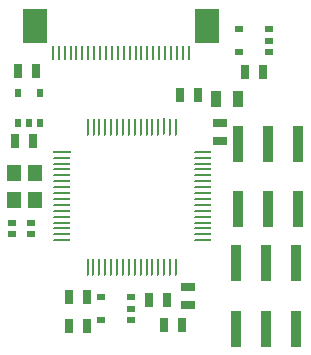
<source format=gtp>
G04 (created by PCBNEW (2013-jul-07)-stable) date Sat 18 Apr 2015 04:53:35 PM EDT*
%MOIN*%
G04 Gerber Fmt 3.4, Leading zero omitted, Abs format*
%FSLAX34Y34*%
G01*
G70*
G90*
G04 APERTURE LIST*
%ADD10C,0.00590551*%
%ADD11R,0.047X0.055*%
%ADD12R,0.06X0.0098*%
%ADD13O,0.06X0.0098*%
%ADD14O,0.0098X0.06*%
%ADD15R,0.02X0.03*%
%ADD16R,0.03X0.02*%
%ADD17R,0.035X0.055*%
%ADD18R,0.045X0.025*%
%ADD19R,0.025X0.045*%
%ADD20R,0.038X0.119*%
%ADD21R,0.0275591X0.023622*%
%ADD22R,0.0787X0.1181*%
%ADD23R,0.00984252X0.0492*%
G04 APERTURE END LIST*
G54D10*
G54D11*
X24960Y-27241D03*
X24290Y-27241D03*
X24290Y-28141D03*
X24960Y-28141D03*
G54D12*
X25891Y-26523D03*
G54D13*
X25891Y-26720D03*
X25891Y-26917D03*
X25891Y-27114D03*
X25891Y-27311D03*
X25891Y-27507D03*
X25891Y-27704D03*
X25891Y-27901D03*
X25891Y-28098D03*
X25891Y-28295D03*
X25891Y-28492D03*
X25891Y-28688D03*
X25891Y-28885D03*
X25891Y-29082D03*
X25891Y-29279D03*
X25891Y-29476D03*
G54D14*
X26726Y-30374D03*
X26923Y-30374D03*
X27120Y-30374D03*
X27317Y-30374D03*
X27514Y-30374D03*
X27710Y-30374D03*
X27907Y-30374D03*
X28104Y-30374D03*
X28301Y-30374D03*
X28498Y-30374D03*
X28695Y-30374D03*
X28891Y-30374D03*
X29088Y-30374D03*
X29285Y-30374D03*
X29482Y-30374D03*
X29679Y-30374D03*
G54D13*
X30577Y-29476D03*
X30577Y-29279D03*
X30577Y-29082D03*
X30577Y-28885D03*
X30577Y-28688D03*
X30577Y-28492D03*
X30577Y-28295D03*
X30577Y-28098D03*
X30577Y-27901D03*
X30577Y-27704D03*
X30577Y-27507D03*
X30577Y-27311D03*
X30577Y-27114D03*
X30577Y-26917D03*
X30577Y-26720D03*
X30577Y-26523D03*
G54D14*
X29679Y-25688D03*
X29482Y-25688D03*
X29088Y-25688D03*
X29285Y-25681D03*
X28891Y-25688D03*
X28695Y-25688D03*
X28498Y-25688D03*
X28301Y-25688D03*
X28104Y-25688D03*
X27907Y-25688D03*
X27713Y-25688D03*
X27516Y-25688D03*
X27319Y-25688D03*
X27122Y-25688D03*
X26926Y-25688D03*
X26729Y-25688D03*
G54D15*
X24403Y-25574D03*
X25153Y-25574D03*
X24403Y-24574D03*
X24778Y-25574D03*
X25153Y-24574D03*
G54D16*
X28190Y-32129D03*
X28190Y-31379D03*
X27190Y-32129D03*
X28190Y-31754D03*
X27190Y-31379D03*
X32781Y-23194D03*
X32781Y-22444D03*
X31781Y-23194D03*
X32781Y-22819D03*
X31781Y-22444D03*
G54D17*
X30997Y-24763D03*
X31747Y-24763D03*
G54D18*
X31146Y-26154D03*
X31146Y-25554D03*
X30079Y-31647D03*
X30079Y-31047D03*
G54D19*
X29891Y-32297D03*
X29291Y-32297D03*
X29369Y-31457D03*
X28769Y-31457D03*
X26711Y-32325D03*
X26111Y-32325D03*
X26712Y-31361D03*
X26112Y-31361D03*
X24295Y-26167D03*
X24895Y-26167D03*
X30409Y-24624D03*
X29809Y-24624D03*
G54D20*
X33741Y-28434D03*
X32741Y-28434D03*
X31741Y-28434D03*
X33741Y-26254D03*
X32741Y-26254D03*
X31741Y-26254D03*
X31675Y-30243D03*
X32675Y-30243D03*
X33675Y-30243D03*
X31675Y-32423D03*
X32675Y-32423D03*
X33675Y-32423D03*
G54D21*
X24195Y-28887D03*
X24825Y-28887D03*
X24195Y-29281D03*
X24825Y-29281D03*
G54D19*
X25011Y-23829D03*
X24411Y-23829D03*
X31975Y-23877D03*
X32575Y-23877D03*
G54D22*
X30724Y-22332D03*
X24963Y-22332D03*
G54D23*
X25570Y-23247D03*
X25767Y-23247D03*
X25963Y-23247D03*
X26160Y-23247D03*
X26357Y-23247D03*
X26554Y-23247D03*
X26751Y-23247D03*
X26948Y-23247D03*
X27144Y-23247D03*
X27341Y-23247D03*
X27538Y-23247D03*
X27735Y-23247D03*
X27932Y-23247D03*
X28129Y-23247D03*
X28326Y-23247D03*
X28522Y-23247D03*
X28719Y-23247D03*
X28916Y-23247D03*
X29113Y-23247D03*
X29310Y-23247D03*
X29507Y-23247D03*
X29704Y-23247D03*
X29900Y-23247D03*
X30097Y-23247D03*
M02*

</source>
